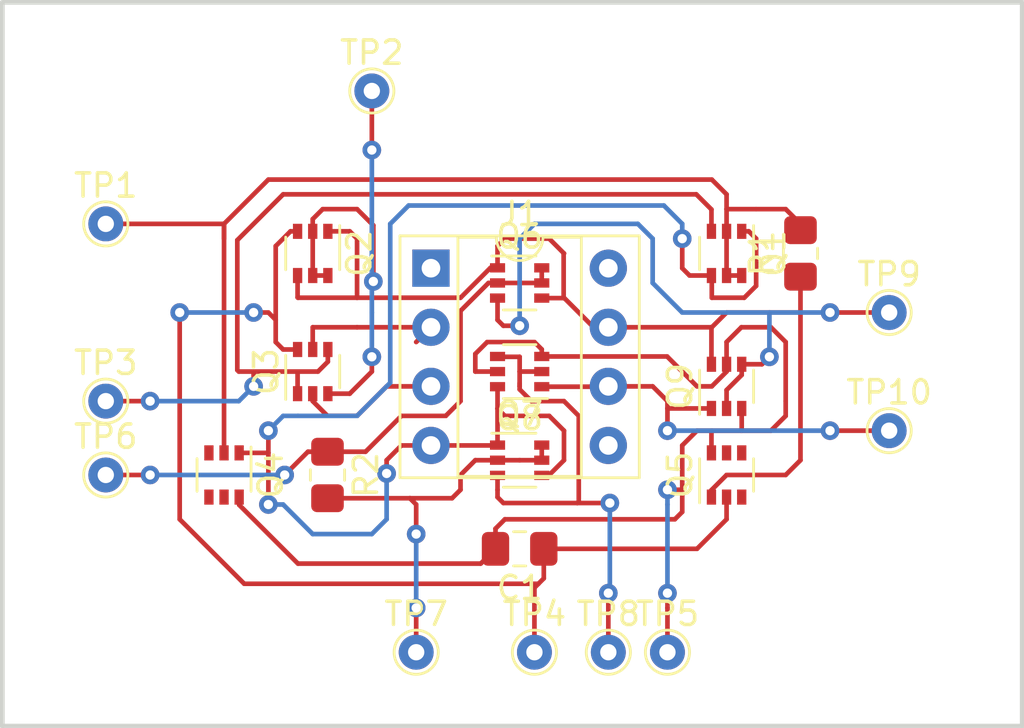
<source format=kicad_pcb>
(kicad_pcb (version 20171130) (host pcbnew "(5.1.10)-1")

  (general
    (thickness 1.6)
    (drawings 4)
    (tracks 292)
    (zones 0)
    (modules 23)
    (nets 18)
  )

  (page A4)
  (layers
    (0 F.Cu signal)
    (31 B.Cu signal)
    (33 F.Adhes user)
    (35 F.Paste user)
    (37 F.SilkS user)
    (38 B.Mask user)
    (39 F.Mask user)
    (40 Dwgs.User user)
    (41 Cmts.User user)
    (42 Eco1.User user)
    (43 Eco2.User user)
    (44 Edge.Cuts user)
    (45 Margin user)
    (46 B.CrtYd user)
    (47 F.CrtYd user)
    (49 F.Fab user hide)
  )

  (setup
    (last_trace_width 0.25)
    (user_trace_width 0.2)
    (user_trace_width 0.3)
    (user_trace_width 0.5)
    (trace_clearance 0.2)
    (zone_clearance 0.508)
    (zone_45_only no)
    (trace_min 0.2)
    (via_size 0.8)
    (via_drill 0.4)
    (via_min_size 0.4)
    (via_min_drill 0.3)
    (uvia_size 0.3)
    (uvia_drill 0.1)
    (uvias_allowed no)
    (uvia_min_size 0.2)
    (uvia_min_drill 0.1)
    (edge_width 0.05)
    (segment_width 0.2)
    (pcb_text_width 0.3)
    (pcb_text_size 1.5 1.5)
    (mod_edge_width 0.12)
    (mod_text_size 1 1)
    (mod_text_width 0.15)
    (pad_size 1.524 1.524)
    (pad_drill 0.762)
    (pad_to_mask_clearance 0)
    (aux_axis_origin 0 0)
    (visible_elements 7FFFEFFF)
    (pcbplotparams
      (layerselection 0x010fc_ffffffff)
      (usegerberextensions false)
      (usegerberattributes true)
      (usegerberadvancedattributes true)
      (creategerberjobfile true)
      (excludeedgelayer true)
      (linewidth 0.100000)
      (plotframeref false)
      (viasonmask false)
      (mode 1)
      (useauxorigin false)
      (hpglpennumber 1)
      (hpglpenspeed 20)
      (hpglpendiameter 15.000000)
      (psnegative false)
      (psa4output false)
      (plotreference true)
      (plotvalue true)
      (plotinvisibletext false)
      (padsonsilk false)
      (subtractmaskfromsilk false)
      (outputformat 1)
      (mirror false)
      (drillshape 1)
      (scaleselection 1)
      (outputdirectory ""))
  )

  (net 0 "")
  (net 1 "Net-(C1-Pad1)")
  (net 2 "Net-(C1-Pad2)")
  (net 3 "Net-(J1-Pad1)")
  (net 4 "Net-(J1-Pad5)")
  (net 5 IN-)
  (net 6 OUT)
  (net 7 IN+)
  (net 8 V+)
  (net 9 V-)
  (net 10 "Net-(J1-Pad8)")
  (net 11 "Net-(Q1-Pad3)")
  (net 12 "Net-(Q1-Pad2)")
  (net 13 "Net-(Q2-Pad2)")
  (net 14 "Net-(Q6-Pad3)")
  (net 15 "Net-(Q6-Pad2)")
  (net 16 "Net-(Q7-Pad2)")
  (net 17 "Net-(Q7-Pad3)")

  (net_class Default "This is the default net class."
    (clearance 0.2)
    (trace_width 0.25)
    (via_dia 0.8)
    (via_drill 0.4)
    (uvia_dia 0.3)
    (uvia_drill 0.1)
    (add_net IN+)
    (add_net IN-)
    (add_net "Net-(C1-Pad1)")
    (add_net "Net-(C1-Pad2)")
    (add_net "Net-(J1-Pad1)")
    (add_net "Net-(J1-Pad5)")
    (add_net "Net-(J1-Pad8)")
    (add_net "Net-(Q1-Pad2)")
    (add_net "Net-(Q1-Pad3)")
    (add_net "Net-(Q2-Pad2)")
    (add_net "Net-(Q6-Pad2)")
    (add_net "Net-(Q6-Pad3)")
    (add_net "Net-(Q7-Pad2)")
    (add_net "Net-(Q7-Pad3)")
    (add_net OUT)
    (add_net V+)
    (add_net V-)
  )

  (module Package_DIP:DIP-8_W7.62mm_Socket (layer F.Cu) (tedit 5A02E8C5) (tstamp 62212C69)
    (at 57.15 86.36)
    (descr "8-lead though-hole mounted DIP package, row spacing 7.62 mm (300 mils), Socket")
    (tags "THT DIP DIL PDIP 2.54mm 7.62mm 300mil Socket")
    (path /62248188)
    (fp_text reference J1 (at 3.81 -2.33) (layer F.SilkS)
      (effects (font (size 1 1) (thickness 0.15)))
    )
    (fp_text value Conn_02x04_Counter_Clockwise (at 3.81 9.95) (layer F.Fab)
      (effects (font (size 1 1) (thickness 0.15)))
    )
    (fp_line (start 1.635 -1.27) (end 6.985 -1.27) (layer F.Fab) (width 0.1))
    (fp_line (start 6.985 -1.27) (end 6.985 8.89) (layer F.Fab) (width 0.1))
    (fp_line (start 6.985 8.89) (end 0.635 8.89) (layer F.Fab) (width 0.1))
    (fp_line (start 0.635 8.89) (end 0.635 -0.27) (layer F.Fab) (width 0.1))
    (fp_line (start 0.635 -0.27) (end 1.635 -1.27) (layer F.Fab) (width 0.1))
    (fp_line (start -1.27 -1.33) (end -1.27 8.95) (layer F.Fab) (width 0.1))
    (fp_line (start -1.27 8.95) (end 8.89 8.95) (layer F.Fab) (width 0.1))
    (fp_line (start 8.89 8.95) (end 8.89 -1.33) (layer F.Fab) (width 0.1))
    (fp_line (start 8.89 -1.33) (end -1.27 -1.33) (layer F.Fab) (width 0.1))
    (fp_line (start 2.81 -1.33) (end 1.16 -1.33) (layer F.SilkS) (width 0.12))
    (fp_line (start 1.16 -1.33) (end 1.16 8.95) (layer F.SilkS) (width 0.12))
    (fp_line (start 1.16 8.95) (end 6.46 8.95) (layer F.SilkS) (width 0.12))
    (fp_line (start 6.46 8.95) (end 6.46 -1.33) (layer F.SilkS) (width 0.12))
    (fp_line (start 6.46 -1.33) (end 4.81 -1.33) (layer F.SilkS) (width 0.12))
    (fp_line (start -1.33 -1.39) (end -1.33 9.01) (layer F.SilkS) (width 0.12))
    (fp_line (start -1.33 9.01) (end 8.95 9.01) (layer F.SilkS) (width 0.12))
    (fp_line (start 8.95 9.01) (end 8.95 -1.39) (layer F.SilkS) (width 0.12))
    (fp_line (start 8.95 -1.39) (end -1.33 -1.39) (layer F.SilkS) (width 0.12))
    (fp_line (start -1.55 -1.6) (end -1.55 9.2) (layer F.CrtYd) (width 0.05))
    (fp_line (start -1.55 9.2) (end 9.15 9.2) (layer F.CrtYd) (width 0.05))
    (fp_line (start 9.15 9.2) (end 9.15 -1.6) (layer F.CrtYd) (width 0.05))
    (fp_line (start 9.15 -1.6) (end -1.55 -1.6) (layer F.CrtYd) (width 0.05))
    (fp_arc (start 3.81 -1.33) (end 2.81 -1.33) (angle -180) (layer F.SilkS) (width 0.12))
    (fp_text user %R (at 3.81 3.81) (layer F.Fab)
      (effects (font (size 1 1) (thickness 0.15)))
    )
    (pad 1 thru_hole rect (at 0 0) (size 1.6 1.6) (drill 0.8) (layers *.Cu *.Mask)
      (net 3 "Net-(J1-Pad1)"))
    (pad 5 thru_hole oval (at 7.62 7.62) (size 1.6 1.6) (drill 0.8) (layers *.Cu *.Mask)
      (net 4 "Net-(J1-Pad5)"))
    (pad 2 thru_hole oval (at 0 2.54) (size 1.6 1.6) (drill 0.8) (layers *.Cu *.Mask)
      (net 5 IN-))
    (pad 6 thru_hole oval (at 7.62 5.08) (size 1.6 1.6) (drill 0.8) (layers *.Cu *.Mask)
      (net 6 OUT))
    (pad 3 thru_hole oval (at 0 5.08) (size 1.6 1.6) (drill 0.8) (layers *.Cu *.Mask)
      (net 7 IN+))
    (pad 7 thru_hole oval (at 7.62 2.54) (size 1.6 1.6) (drill 0.8) (layers *.Cu *.Mask)
      (net 8 V+))
    (pad 4 thru_hole oval (at 0 7.62) (size 1.6 1.6) (drill 0.8) (layers *.Cu *.Mask)
      (net 9 V-))
    (pad 8 thru_hole oval (at 7.62 0) (size 1.6 1.6) (drill 0.8) (layers *.Cu *.Mask)
      (net 10 "Net-(J1-Pad8)"))
    (model ${KISYS3DMOD}/Package_DIP.3dshapes/DIP-8_W7.62mm_Socket.wrl
      (at (xyz 0 0 0))
      (scale (xyz 1 1 1))
      (rotate (xyz 0 0 0))
    )
  )

  (module Capacitor_SMD:C_0805_2012Metric_Pad1.18x1.45mm_HandSolder (layer F.Cu) (tedit 5F68FEEF) (tstamp 62212C45)
    (at 60.96 98.425 180)
    (descr "Capacitor SMD 0805 (2012 Metric), square (rectangular) end terminal, IPC_7351 nominal with elongated pad for handsoldering. (Body size source: IPC-SM-782 page 76, https://www.pcb-3d.com/wordpress/wp-content/uploads/ipc-sm-782a_amendment_1_and_2.pdf, https://docs.google.com/spreadsheets/d/1BsfQQcO9C6DZCsRaXUlFlo91Tg2WpOkGARC1WS5S8t0/edit?usp=sharing), generated with kicad-footprint-generator")
    (tags "capacitor handsolder")
    (path /62239254)
    (attr smd)
    (fp_text reference C1 (at 0 -1.68) (layer F.SilkS)
      (effects (font (size 1 1) (thickness 0.15)))
    )
    (fp_text value 1n (at 0 1.68) (layer F.Fab)
      (effects (font (size 1 1) (thickness 0.15)))
    )
    (fp_line (start -1 0.625) (end -1 -0.625) (layer F.Fab) (width 0.1))
    (fp_line (start -1 -0.625) (end 1 -0.625) (layer F.Fab) (width 0.1))
    (fp_line (start 1 -0.625) (end 1 0.625) (layer F.Fab) (width 0.1))
    (fp_line (start 1 0.625) (end -1 0.625) (layer F.Fab) (width 0.1))
    (fp_line (start -0.261252 -0.735) (end 0.261252 -0.735) (layer F.SilkS) (width 0.12))
    (fp_line (start -0.261252 0.735) (end 0.261252 0.735) (layer F.SilkS) (width 0.12))
    (fp_line (start -1.88 0.98) (end -1.88 -0.98) (layer F.CrtYd) (width 0.05))
    (fp_line (start -1.88 -0.98) (end 1.88 -0.98) (layer F.CrtYd) (width 0.05))
    (fp_line (start 1.88 -0.98) (end 1.88 0.98) (layer F.CrtYd) (width 0.05))
    (fp_line (start 1.88 0.98) (end -1.88 0.98) (layer F.CrtYd) (width 0.05))
    (fp_text user %R (at 0 0) (layer F.Fab)
      (effects (font (size 0.5 0.5) (thickness 0.08)))
    )
    (pad 1 smd roundrect (at -1.0375 0 180) (size 1.175 1.45) (layers F.Cu F.Paste F.Mask) (roundrect_rratio 0.212766)
      (net 1 "Net-(C1-Pad1)"))
    (pad 2 smd roundrect (at 1.0375 0 180) (size 1.175 1.45) (layers F.Cu F.Paste F.Mask) (roundrect_rratio 0.212766)
      (net 2 "Net-(C1-Pad2)"))
    (model ${KISYS3DMOD}/Capacitor_SMD.3dshapes/C_0805_2012Metric.wrl
      (at (xyz 0 0 0))
      (scale (xyz 1 1 1))
      (rotate (xyz 0 0 0))
    )
  )

  (module Package_TO_SOT_SMD:SOT-363_SC-70-6 (layer F.Cu) (tedit 5A02FF57) (tstamp 62212C7F)
    (at 69.85 85.725 270)
    (descr "SOT-363, SC-70-6")
    (tags "SOT-363 SC-70-6")
    (path /6220EBDB)
    (attr smd)
    (fp_text reference Q1 (at 0 -2 90) (layer F.SilkS)
      (effects (font (size 1 1) (thickness 0.15)))
    )
    (fp_text value BC847BS (at 0 2 270) (layer F.Fab)
      (effects (font (size 1 1) (thickness 0.15)))
    )
    (fp_line (start 0.7 -1.16) (end -1.2 -1.16) (layer F.SilkS) (width 0.12))
    (fp_line (start -0.7 1.16) (end 0.7 1.16) (layer F.SilkS) (width 0.12))
    (fp_line (start 1.6 1.4) (end 1.6 -1.4) (layer F.CrtYd) (width 0.05))
    (fp_line (start -1.6 -1.4) (end -1.6 1.4) (layer F.CrtYd) (width 0.05))
    (fp_line (start -1.6 -1.4) (end 1.6 -1.4) (layer F.CrtYd) (width 0.05))
    (fp_line (start 0.675 -1.1) (end -0.175 -1.1) (layer F.Fab) (width 0.1))
    (fp_line (start -0.675 -0.6) (end -0.675 1.1) (layer F.Fab) (width 0.1))
    (fp_line (start -1.6 1.4) (end 1.6 1.4) (layer F.CrtYd) (width 0.05))
    (fp_line (start 0.675 -1.1) (end 0.675 1.1) (layer F.Fab) (width 0.1))
    (fp_line (start 0.675 1.1) (end -0.675 1.1) (layer F.Fab) (width 0.1))
    (fp_line (start -0.175 -1.1) (end -0.675 -0.6) (layer F.Fab) (width 0.1))
    (fp_text user %R (at 0 0) (layer F.Fab)
      (effects (font (size 0.5 0.5) (thickness 0.075)))
    )
    (pad 1 smd rect (at -0.95 -0.65 270) (size 0.65 0.4) (layers F.Cu F.Paste F.Mask)
      (net 9 V-))
    (pad 3 smd rect (at -0.95 0.65 270) (size 0.65 0.4) (layers F.Cu F.Paste F.Mask)
      (net 11 "Net-(Q1-Pad3)"))
    (pad 5 smd rect (at 0.95 0 270) (size 0.65 0.4) (layers F.Cu F.Paste F.Mask)
      (net 12 "Net-(Q1-Pad2)"))
    (pad 2 smd rect (at -0.95 0 270) (size 0.65 0.4) (layers F.Cu F.Paste F.Mask)
      (net 12 "Net-(Q1-Pad2)"))
    (pad 4 smd rect (at 0.95 0.65 270) (size 0.65 0.4) (layers F.Cu F.Paste F.Mask)
      (net 9 V-))
    (pad 6 smd rect (at 0.95 -0.65 270) (size 0.65 0.4) (layers F.Cu F.Paste F.Mask)
      (net 12 "Net-(Q1-Pad2)"))
    (model ${KISYS3DMOD}/Package_TO_SOT_SMD.3dshapes/SOT-363_SC-70-6.wrl
      (at (xyz 0 0 0))
      (scale (xyz 1 1 1))
      (rotate (xyz 0 0 0))
    )
  )

  (module Package_TO_SOT_SMD:SOT-363_SC-70-6 (layer F.Cu) (tedit 5A02FF57) (tstamp 62212C95)
    (at 52.07 85.725 270)
    (descr "SOT-363, SC-70-6")
    (tags "SOT-363 SC-70-6")
    (path /62223B26)
    (attr smd)
    (fp_text reference Q2 (at 0 -2 90) (layer F.SilkS)
      (effects (font (size 1 1) (thickness 0.15)))
    )
    (fp_text value BC857BS (at 0 2 270) (layer F.Fab)
      (effects (font (size 1 1) (thickness 0.15)))
    )
    (fp_line (start -0.175 -1.1) (end -0.675 -0.6) (layer F.Fab) (width 0.1))
    (fp_line (start 0.675 1.1) (end -0.675 1.1) (layer F.Fab) (width 0.1))
    (fp_line (start 0.675 -1.1) (end 0.675 1.1) (layer F.Fab) (width 0.1))
    (fp_line (start -1.6 1.4) (end 1.6 1.4) (layer F.CrtYd) (width 0.05))
    (fp_line (start -0.675 -0.6) (end -0.675 1.1) (layer F.Fab) (width 0.1))
    (fp_line (start 0.675 -1.1) (end -0.175 -1.1) (layer F.Fab) (width 0.1))
    (fp_line (start -1.6 -1.4) (end 1.6 -1.4) (layer F.CrtYd) (width 0.05))
    (fp_line (start -1.6 -1.4) (end -1.6 1.4) (layer F.CrtYd) (width 0.05))
    (fp_line (start 1.6 1.4) (end 1.6 -1.4) (layer F.CrtYd) (width 0.05))
    (fp_line (start -0.7 1.16) (end 0.7 1.16) (layer F.SilkS) (width 0.12))
    (fp_line (start 0.7 -1.16) (end -1.2 -1.16) (layer F.SilkS) (width 0.12))
    (fp_text user %R (at 0 0) (layer F.Fab)
      (effects (font (size 0.5 0.5) (thickness 0.075)))
    )
    (pad 6 smd rect (at 0.95 -0.65 270) (size 0.65 0.4) (layers F.Cu F.Paste F.Mask)
      (net 13 "Net-(Q2-Pad2)"))
    (pad 4 smd rect (at 0.95 0.65 270) (size 0.65 0.4) (layers F.Cu F.Paste F.Mask)
      (net 8 V+))
    (pad 2 smd rect (at -0.95 0 270) (size 0.65 0.4) (layers F.Cu F.Paste F.Mask)
      (net 13 "Net-(Q2-Pad2)"))
    (pad 5 smd rect (at 0.95 0 270) (size 0.65 0.4) (layers F.Cu F.Paste F.Mask)
      (net 13 "Net-(Q2-Pad2)"))
    (pad 3 smd rect (at -0.95 0.65 270) (size 0.65 0.4) (layers F.Cu F.Paste F.Mask)
      (net 1 "Net-(C1-Pad1)"))
    (pad 1 smd rect (at -0.95 -0.65 270) (size 0.65 0.4) (layers F.Cu F.Paste F.Mask)
      (net 8 V+))
    (model ${KISYS3DMOD}/Package_TO_SOT_SMD.3dshapes/SOT-363_SC-70-6.wrl
      (at (xyz 0 0 0))
      (scale (xyz 1 1 1))
      (rotate (xyz 0 0 0))
    )
  )

  (module Package_TO_SOT_SMD:SOT-363_SC-70-6 (layer F.Cu) (tedit 5A02FF57) (tstamp 62212CAB)
    (at 52.07 90.805 90)
    (descr "SOT-363, SC-70-6")
    (tags "SOT-363 SC-70-6")
    (path /62226D50)
    (attr smd)
    (fp_text reference Q3 (at 0 -2 90) (layer F.SilkS)
      (effects (font (size 1 1) (thickness 0.15)))
    )
    (fp_text value FDG6335N (at 0 2 270) (layer F.Fab)
      (effects (font (size 1 1) (thickness 0.15)))
    )
    (fp_line (start 0.7 -1.16) (end -1.2 -1.16) (layer F.SilkS) (width 0.12))
    (fp_line (start -0.7 1.16) (end 0.7 1.16) (layer F.SilkS) (width 0.12))
    (fp_line (start 1.6 1.4) (end 1.6 -1.4) (layer F.CrtYd) (width 0.05))
    (fp_line (start -1.6 -1.4) (end -1.6 1.4) (layer F.CrtYd) (width 0.05))
    (fp_line (start -1.6 -1.4) (end 1.6 -1.4) (layer F.CrtYd) (width 0.05))
    (fp_line (start 0.675 -1.1) (end -0.175 -1.1) (layer F.Fab) (width 0.1))
    (fp_line (start -0.675 -0.6) (end -0.675 1.1) (layer F.Fab) (width 0.1))
    (fp_line (start -1.6 1.4) (end 1.6 1.4) (layer F.CrtYd) (width 0.05))
    (fp_line (start 0.675 -1.1) (end 0.675 1.1) (layer F.Fab) (width 0.1))
    (fp_line (start 0.675 1.1) (end -0.675 1.1) (layer F.Fab) (width 0.1))
    (fp_line (start -0.175 -1.1) (end -0.675 -0.6) (layer F.Fab) (width 0.1))
    (fp_text user %R (at 0 0) (layer F.Fab)
      (effects (font (size 0.5 0.5) (thickness 0.075)))
    )
    (pad 1 smd rect (at -0.95 -0.65 90) (size 0.65 0.4) (layers F.Cu F.Paste F.Mask)
      (net 11 "Net-(Q1-Pad3)"))
    (pad 3 smd rect (at -0.95 0.65 90) (size 0.65 0.4) (layers F.Cu F.Paste F.Mask)
      (net 13 "Net-(Q2-Pad2)"))
    (pad 5 smd rect (at 0.95 0 90) (size 0.65 0.4) (layers F.Cu F.Paste F.Mask)
      (net 5 IN-))
    (pad 2 smd rect (at -0.95 0 90) (size 0.65 0.4) (layers F.Cu F.Paste F.Mask)
      (net 7 IN+))
    (pad 4 smd rect (at 0.95 0.65 90) (size 0.65 0.4) (layers F.Cu F.Paste F.Mask)
      (net 11 "Net-(Q1-Pad3)"))
    (pad 6 smd rect (at 0.95 -0.65 90) (size 0.65 0.4) (layers F.Cu F.Paste F.Mask)
      (net 1 "Net-(C1-Pad1)"))
    (model ${KISYS3DMOD}/Package_TO_SOT_SMD.3dshapes/SOT-363_SC-70-6.wrl
      (at (xyz 0 0 0))
      (scale (xyz 1 1 1))
      (rotate (xyz 0 0 0))
    )
  )

  (module Package_TO_SOT_SMD:SOT-363_SC-70-6 (layer F.Cu) (tedit 5A02FF57) (tstamp 62212CC1)
    (at 48.26 95.25 270)
    (descr "SOT-363, SC-70-6")
    (tags "SOT-363 SC-70-6")
    (path /62235BC8)
    (attr smd)
    (fp_text reference Q4 (at 0 -2 90) (layer F.SilkS)
      (effects (font (size 1 1) (thickness 0.15)))
    )
    (fp_text value BC847BS (at 0 2 270) (layer F.Fab)
      (effects (font (size 1 1) (thickness 0.15)))
    )
    (fp_line (start 0.7 -1.16) (end -1.2 -1.16) (layer F.SilkS) (width 0.12))
    (fp_line (start -0.7 1.16) (end 0.7 1.16) (layer F.SilkS) (width 0.12))
    (fp_line (start 1.6 1.4) (end 1.6 -1.4) (layer F.CrtYd) (width 0.05))
    (fp_line (start -1.6 -1.4) (end -1.6 1.4) (layer F.CrtYd) (width 0.05))
    (fp_line (start -1.6 -1.4) (end 1.6 -1.4) (layer F.CrtYd) (width 0.05))
    (fp_line (start 0.675 -1.1) (end -0.175 -1.1) (layer F.Fab) (width 0.1))
    (fp_line (start -0.675 -0.6) (end -0.675 1.1) (layer F.Fab) (width 0.1))
    (fp_line (start -1.6 1.4) (end 1.6 1.4) (layer F.CrtYd) (width 0.05))
    (fp_line (start 0.675 -1.1) (end 0.675 1.1) (layer F.Fab) (width 0.1))
    (fp_line (start 0.675 1.1) (end -0.675 1.1) (layer F.Fab) (width 0.1))
    (fp_line (start -0.175 -1.1) (end -0.675 -0.6) (layer F.Fab) (width 0.1))
    (fp_text user %R (at 0 0) (layer F.Fab)
      (effects (font (size 0.5 0.5) (thickness 0.075)))
    )
    (pad 1 smd rect (at -0.95 -0.65 270) (size 0.65 0.4) (layers F.Cu F.Paste F.Mask)
      (net 9 V-))
    (pad 3 smd rect (at -0.95 0.65 270) (size 0.65 0.4) (layers F.Cu F.Paste F.Mask))
    (pad 5 smd rect (at 0.95 0 270) (size 0.65 0.4) (layers F.Cu F.Paste F.Mask))
    (pad 2 smd rect (at -0.95 0 270) (size 0.65 0.4) (layers F.Cu F.Paste F.Mask)
      (net 12 "Net-(Q1-Pad2)"))
    (pad 4 smd rect (at 0.95 0.65 270) (size 0.65 0.4) (layers F.Cu F.Paste F.Mask))
    (pad 6 smd rect (at 0.95 -0.65 270) (size 0.65 0.4) (layers F.Cu F.Paste F.Mask)
      (net 2 "Net-(C1-Pad2)"))
    (model ${KISYS3DMOD}/Package_TO_SOT_SMD.3dshapes/SOT-363_SC-70-6.wrl
      (at (xyz 0 0 0))
      (scale (xyz 1 1 1))
      (rotate (xyz 0 0 0))
    )
  )

  (module Package_TO_SOT_SMD:SOT-363_SC-70-6 (layer F.Cu) (tedit 5A02FF57) (tstamp 62212CD7)
    (at 69.85 95.25 90)
    (descr "SOT-363, SC-70-6")
    (tags "SOT-363 SC-70-6")
    (path /6223409B)
    (attr smd)
    (fp_text reference Q5 (at 0 -2 90) (layer F.SilkS)
      (effects (font (size 1 1) (thickness 0.15)))
    )
    (fp_text value BC857BS (at 0 2 270) (layer F.Fab)
      (effects (font (size 1 1) (thickness 0.15)))
    )
    (fp_line (start -0.175 -1.1) (end -0.675 -0.6) (layer F.Fab) (width 0.1))
    (fp_line (start 0.675 1.1) (end -0.675 1.1) (layer F.Fab) (width 0.1))
    (fp_line (start 0.675 -1.1) (end 0.675 1.1) (layer F.Fab) (width 0.1))
    (fp_line (start -1.6 1.4) (end 1.6 1.4) (layer F.CrtYd) (width 0.05))
    (fp_line (start -0.675 -0.6) (end -0.675 1.1) (layer F.Fab) (width 0.1))
    (fp_line (start 0.675 -1.1) (end -0.175 -1.1) (layer F.Fab) (width 0.1))
    (fp_line (start -1.6 -1.4) (end 1.6 -1.4) (layer F.CrtYd) (width 0.05))
    (fp_line (start -1.6 -1.4) (end -1.6 1.4) (layer F.CrtYd) (width 0.05))
    (fp_line (start 1.6 1.4) (end 1.6 -1.4) (layer F.CrtYd) (width 0.05))
    (fp_line (start -0.7 1.16) (end 0.7 1.16) (layer F.SilkS) (width 0.12))
    (fp_line (start 0.7 -1.16) (end -1.2 -1.16) (layer F.SilkS) (width 0.12))
    (fp_text user %R (at 0 0) (layer F.Fab)
      (effects (font (size 0.5 0.5) (thickness 0.075)))
    )
    (pad 6 smd rect (at 0.95 -0.65 90) (size 0.65 0.4) (layers F.Cu F.Paste F.Mask)
      (net 2 "Net-(C1-Pad2)"))
    (pad 4 smd rect (at 0.95 0.65 90) (size 0.65 0.4) (layers F.Cu F.Paste F.Mask))
    (pad 2 smd rect (at -0.95 0 90) (size 0.65 0.4) (layers F.Cu F.Paste F.Mask)
      (net 1 "Net-(C1-Pad1)"))
    (pad 5 smd rect (at 0.95 0 90) (size 0.65 0.4) (layers F.Cu F.Paste F.Mask))
    (pad 3 smd rect (at -0.95 0.65 90) (size 0.65 0.4) (layers F.Cu F.Paste F.Mask))
    (pad 1 smd rect (at -0.95 -0.65 90) (size 0.65 0.4) (layers F.Cu F.Paste F.Mask)
      (net 8 V+))
    (model ${KISYS3DMOD}/Package_TO_SOT_SMD.3dshapes/SOT-363_SC-70-6.wrl
      (at (xyz 0 0 0))
      (scale (xyz 1 1 1))
      (rotate (xyz 0 0 0))
    )
  )

  (module Package_TO_SOT_SMD:SOT-363_SC-70-6 (layer F.Cu) (tedit 5A02FF57) (tstamp 62212CED)
    (at 60.96 86.995)
    (descr "SOT-363, SC-70-6")
    (tags "SOT-363 SC-70-6")
    (path /62220EE6)
    (attr smd)
    (fp_text reference Q6 (at 0 -2) (layer F.SilkS)
      (effects (font (size 1 1) (thickness 0.15)))
    )
    (fp_text value BC857BS (at 0 2 180) (layer F.Fab)
      (effects (font (size 1 1) (thickness 0.15)))
    )
    (fp_line (start 0.7 -1.16) (end -1.2 -1.16) (layer F.SilkS) (width 0.12))
    (fp_line (start -0.7 1.16) (end 0.7 1.16) (layer F.SilkS) (width 0.12))
    (fp_line (start 1.6 1.4) (end 1.6 -1.4) (layer F.CrtYd) (width 0.05))
    (fp_line (start -1.6 -1.4) (end -1.6 1.4) (layer F.CrtYd) (width 0.05))
    (fp_line (start -1.6 -1.4) (end 1.6 -1.4) (layer F.CrtYd) (width 0.05))
    (fp_line (start 0.675 -1.1) (end -0.175 -1.1) (layer F.Fab) (width 0.1))
    (fp_line (start -0.675 -0.6) (end -0.675 1.1) (layer F.Fab) (width 0.1))
    (fp_line (start -1.6 1.4) (end 1.6 1.4) (layer F.CrtYd) (width 0.05))
    (fp_line (start 0.675 -1.1) (end 0.675 1.1) (layer F.Fab) (width 0.1))
    (fp_line (start 0.675 1.1) (end -0.675 1.1) (layer F.Fab) (width 0.1))
    (fp_line (start -0.175 -1.1) (end -0.675 -0.6) (layer F.Fab) (width 0.1))
    (fp_text user %R (at 0 0 90) (layer F.Fab)
      (effects (font (size 0.5 0.5) (thickness 0.075)))
    )
    (pad 1 smd rect (at -0.95 -0.65) (size 0.65 0.4) (layers F.Cu F.Paste F.Mask)
      (net 8 V+))
    (pad 3 smd rect (at -0.95 0.65) (size 0.65 0.4) (layers F.Cu F.Paste F.Mask)
      (net 14 "Net-(Q6-Pad3)"))
    (pad 5 smd rect (at 0.95 0) (size 0.65 0.4) (layers F.Cu F.Paste F.Mask)
      (net 15 "Net-(Q6-Pad2)"))
    (pad 2 smd rect (at -0.95 0) (size 0.65 0.4) (layers F.Cu F.Paste F.Mask)
      (net 15 "Net-(Q6-Pad2)"))
    (pad 4 smd rect (at 0.95 0.65) (size 0.65 0.4) (layers F.Cu F.Paste F.Mask)
      (net 8 V+))
    (pad 6 smd rect (at 0.95 -0.65) (size 0.65 0.4) (layers F.Cu F.Paste F.Mask)
      (net 15 "Net-(Q6-Pad2)"))
    (model ${KISYS3DMOD}/Package_TO_SOT_SMD.3dshapes/SOT-363_SC-70-6.wrl
      (at (xyz 0 0 0))
      (scale (xyz 1 1 1))
      (rotate (xyz 0 0 0))
    )
  )

  (module Package_TO_SOT_SMD:SOT-363_SC-70-6 (layer F.Cu) (tedit 5A02FF57) (tstamp 62212D03)
    (at 60.96 94.615)
    (descr "SOT-363, SC-70-6")
    (tags "SOT-363 SC-70-6")
    (path /62213BE7)
    (attr smd)
    (fp_text reference Q7 (at 0 -2) (layer F.SilkS)
      (effects (font (size 1 1) (thickness 0.15)))
    )
    (fp_text value BC847BS (at 0 2 180) (layer F.Fab)
      (effects (font (size 1 1) (thickness 0.15)))
    )
    (fp_line (start -0.175 -1.1) (end -0.675 -0.6) (layer F.Fab) (width 0.1))
    (fp_line (start 0.675 1.1) (end -0.675 1.1) (layer F.Fab) (width 0.1))
    (fp_line (start 0.675 -1.1) (end 0.675 1.1) (layer F.Fab) (width 0.1))
    (fp_line (start -1.6 1.4) (end 1.6 1.4) (layer F.CrtYd) (width 0.05))
    (fp_line (start -0.675 -0.6) (end -0.675 1.1) (layer F.Fab) (width 0.1))
    (fp_line (start 0.675 -1.1) (end -0.175 -1.1) (layer F.Fab) (width 0.1))
    (fp_line (start -1.6 -1.4) (end 1.6 -1.4) (layer F.CrtYd) (width 0.05))
    (fp_line (start -1.6 -1.4) (end -1.6 1.4) (layer F.CrtYd) (width 0.05))
    (fp_line (start 1.6 1.4) (end 1.6 -1.4) (layer F.CrtYd) (width 0.05))
    (fp_line (start -0.7 1.16) (end 0.7 1.16) (layer F.SilkS) (width 0.12))
    (fp_line (start 0.7 -1.16) (end -1.2 -1.16) (layer F.SilkS) (width 0.12))
    (fp_text user %R (at 0 0 90) (layer F.Fab)
      (effects (font (size 0.5 0.5) (thickness 0.075)))
    )
    (pad 6 smd rect (at 0.95 -0.65) (size 0.65 0.4) (layers F.Cu F.Paste F.Mask)
      (net 16 "Net-(Q7-Pad2)"))
    (pad 4 smd rect (at 0.95 0.65) (size 0.65 0.4) (layers F.Cu F.Paste F.Mask)
      (net 9 V-))
    (pad 2 smd rect (at -0.95 0) (size 0.65 0.4) (layers F.Cu F.Paste F.Mask)
      (net 16 "Net-(Q7-Pad2)"))
    (pad 5 smd rect (at 0.95 0) (size 0.65 0.4) (layers F.Cu F.Paste F.Mask)
      (net 16 "Net-(Q7-Pad2)"))
    (pad 3 smd rect (at -0.95 0.65) (size 0.65 0.4) (layers F.Cu F.Paste F.Mask)
      (net 17 "Net-(Q7-Pad3)"))
    (pad 1 smd rect (at -0.95 -0.65) (size 0.65 0.4) (layers F.Cu F.Paste F.Mask)
      (net 9 V-))
    (model ${KISYS3DMOD}/Package_TO_SOT_SMD.3dshapes/SOT-363_SC-70-6.wrl
      (at (xyz 0 0 0))
      (scale (xyz 1 1 1))
      (rotate (xyz 0 0 0))
    )
  )

  (module Package_TO_SOT_SMD:SOT-363_SC-70-6 (layer F.Cu) (tedit 5A02FF57) (tstamp 62212D19)
    (at 60.96 90.805 180)
    (descr "SOT-363, SC-70-6")
    (tags "SOT-363 SC-70-6")
    (path /622348CE)
    (attr smd)
    (fp_text reference Q8 (at 0 -2) (layer F.SilkS)
      (effects (font (size 1 1) (thickness 0.15)))
    )
    (fp_text value BC847BS (at 0 2 180) (layer F.Fab)
      (effects (font (size 1 1) (thickness 0.15)))
    )
    (fp_line (start 0.7 -1.16) (end -1.2 -1.16) (layer F.SilkS) (width 0.12))
    (fp_line (start -0.7 1.16) (end 0.7 1.16) (layer F.SilkS) (width 0.12))
    (fp_line (start 1.6 1.4) (end 1.6 -1.4) (layer F.CrtYd) (width 0.05))
    (fp_line (start -1.6 -1.4) (end -1.6 1.4) (layer F.CrtYd) (width 0.05))
    (fp_line (start -1.6 -1.4) (end 1.6 -1.4) (layer F.CrtYd) (width 0.05))
    (fp_line (start 0.675 -1.1) (end -0.175 -1.1) (layer F.Fab) (width 0.1))
    (fp_line (start -0.675 -0.6) (end -0.675 1.1) (layer F.Fab) (width 0.1))
    (fp_line (start -1.6 1.4) (end 1.6 1.4) (layer F.CrtYd) (width 0.05))
    (fp_line (start 0.675 -1.1) (end 0.675 1.1) (layer F.Fab) (width 0.1))
    (fp_line (start 0.675 1.1) (end -0.675 1.1) (layer F.Fab) (width 0.1))
    (fp_line (start -0.175 -1.1) (end -0.675 -0.6) (layer F.Fab) (width 0.1))
    (fp_text user %R (at 0 0 90) (layer F.Fab)
      (effects (font (size 0.5 0.5) (thickness 0.075)))
    )
    (pad 1 smd rect (at -0.95 -0.65 180) (size 0.65 0.4) (layers F.Cu F.Paste F.Mask)
      (net 6 OUT))
    (pad 3 smd rect (at -0.95 0.65 180) (size 0.65 0.4) (layers F.Cu F.Paste F.Mask)
      (net 2 "Net-(C1-Pad2)"))
    (pad 5 smd rect (at 0.95 0 180) (size 0.65 0.4) (layers F.Cu F.Paste F.Mask)
      (net 2 "Net-(C1-Pad2)"))
    (pad 2 smd rect (at -0.95 0 180) (size 0.65 0.4) (layers F.Cu F.Paste F.Mask)
      (net 17 "Net-(Q7-Pad3)"))
    (pad 4 smd rect (at 0.95 0.65 180) (size 0.65 0.4) (layers F.Cu F.Paste F.Mask)
      (net 17 "Net-(Q7-Pad3)"))
    (pad 6 smd rect (at 0.95 -0.65 180) (size 0.65 0.4) (layers F.Cu F.Paste F.Mask)
      (net 9 V-))
    (model ${KISYS3DMOD}/Package_TO_SOT_SMD.3dshapes/SOT-363_SC-70-6.wrl
      (at (xyz 0 0 0))
      (scale (xyz 1 1 1))
      (rotate (xyz 0 0 0))
    )
  )

  (module Package_TO_SOT_SMD:SOT-363_SC-70-6 (layer F.Cu) (tedit 5A02FF57) (tstamp 62212D2F)
    (at 69.85 91.44 90)
    (descr "SOT-363, SC-70-6")
    (tags "SOT-363 SC-70-6")
    (path /62233BF0)
    (attr smd)
    (fp_text reference Q9 (at 0 -2 90) (layer F.SilkS)
      (effects (font (size 1 1) (thickness 0.15)))
    )
    (fp_text value BC857BS (at 0 2 270) (layer F.Fab)
      (effects (font (size 1 1) (thickness 0.15)))
    )
    (fp_line (start -0.175 -1.1) (end -0.675 -0.6) (layer F.Fab) (width 0.1))
    (fp_line (start 0.675 1.1) (end -0.675 1.1) (layer F.Fab) (width 0.1))
    (fp_line (start 0.675 -1.1) (end 0.675 1.1) (layer F.Fab) (width 0.1))
    (fp_line (start -1.6 1.4) (end 1.6 1.4) (layer F.CrtYd) (width 0.05))
    (fp_line (start -0.675 -0.6) (end -0.675 1.1) (layer F.Fab) (width 0.1))
    (fp_line (start 0.675 -1.1) (end -0.175 -1.1) (layer F.Fab) (width 0.1))
    (fp_line (start -1.6 -1.4) (end 1.6 -1.4) (layer F.CrtYd) (width 0.05))
    (fp_line (start -1.6 -1.4) (end -1.6 1.4) (layer F.CrtYd) (width 0.05))
    (fp_line (start 1.6 1.4) (end 1.6 -1.4) (layer F.CrtYd) (width 0.05))
    (fp_line (start -0.7 1.16) (end 0.7 1.16) (layer F.SilkS) (width 0.12))
    (fp_line (start 0.7 -1.16) (end -1.2 -1.16) (layer F.SilkS) (width 0.12))
    (fp_text user %R (at 0 0) (layer F.Fab)
      (effects (font (size 0.5 0.5) (thickness 0.075)))
    )
    (pad 6 smd rect (at 0.95 -0.65 90) (size 0.65 0.4) (layers F.Cu F.Paste F.Mask)
      (net 8 V+))
    (pad 4 smd rect (at 0.95 0.65 90) (size 0.65 0.4) (layers F.Cu F.Paste F.Mask)
      (net 14 "Net-(Q6-Pad3)"))
    (pad 2 smd rect (at -0.95 0 90) (size 0.65 0.4) (layers F.Cu F.Paste F.Mask)
      (net 14 "Net-(Q6-Pad3)"))
    (pad 5 smd rect (at 0.95 0 90) (size 0.65 0.4) (layers F.Cu F.Paste F.Mask)
      (net 2 "Net-(C1-Pad2)"))
    (pad 3 smd rect (at -0.95 0.65 90) (size 0.65 0.4) (layers F.Cu F.Paste F.Mask)
      (net 2 "Net-(C1-Pad2)"))
    (pad 1 smd rect (at -0.95 -0.65 90) (size 0.65 0.4) (layers F.Cu F.Paste F.Mask)
      (net 6 OUT))
    (model ${KISYS3DMOD}/Package_TO_SOT_SMD.3dshapes/SOT-363_SC-70-6.wrl
      (at (xyz 0 0 0))
      (scale (xyz 1 1 1))
      (rotate (xyz 0 0 0))
    )
  )

  (module Resistor_SMD:R_0805_2012Metric_Pad1.20x1.40mm_HandSolder (layer F.Cu) (tedit 5F68FEEE) (tstamp 62212D40)
    (at 73.025 85.725 90)
    (descr "Resistor SMD 0805 (2012 Metric), square (rectangular) end terminal, IPC_7351 nominal with elongated pad for handsoldering. (Body size source: IPC-SM-782 page 72, https://www.pcb-3d.com/wordpress/wp-content/uploads/ipc-sm-782a_amendment_1_and_2.pdf), generated with kicad-footprint-generator")
    (tags "resistor handsolder")
    (path /6223AB03)
    (attr smd)
    (fp_text reference R1 (at 0 -1.65 90) (layer F.SilkS)
      (effects (font (size 1 1) (thickness 0.15)))
    )
    (fp_text value 10k (at 0 1.65 90) (layer F.Fab)
      (effects (font (size 1 1) (thickness 0.15)))
    )
    (fp_line (start -1 0.625) (end -1 -0.625) (layer F.Fab) (width 0.1))
    (fp_line (start -1 -0.625) (end 1 -0.625) (layer F.Fab) (width 0.1))
    (fp_line (start 1 -0.625) (end 1 0.625) (layer F.Fab) (width 0.1))
    (fp_line (start 1 0.625) (end -1 0.625) (layer F.Fab) (width 0.1))
    (fp_line (start -0.227064 -0.735) (end 0.227064 -0.735) (layer F.SilkS) (width 0.12))
    (fp_line (start -0.227064 0.735) (end 0.227064 0.735) (layer F.SilkS) (width 0.12))
    (fp_line (start -1.85 0.95) (end -1.85 -0.95) (layer F.CrtYd) (width 0.05))
    (fp_line (start -1.85 -0.95) (end 1.85 -0.95) (layer F.CrtYd) (width 0.05))
    (fp_line (start 1.85 -0.95) (end 1.85 0.95) (layer F.CrtYd) (width 0.05))
    (fp_line (start 1.85 0.95) (end -1.85 0.95) (layer F.CrtYd) (width 0.05))
    (fp_text user %R (at 0 0 90) (layer F.Fab)
      (effects (font (size 0.5 0.5) (thickness 0.08)))
    )
    (pad 1 smd roundrect (at -1 0 90) (size 1.2 1.4) (layers F.Cu F.Paste F.Mask) (roundrect_rratio 0.208333)
      (net 8 V+))
    (pad 2 smd roundrect (at 1 0 90) (size 1.2 1.4) (layers F.Cu F.Paste F.Mask) (roundrect_rratio 0.208333)
      (net 12 "Net-(Q1-Pad2)"))
    (model ${KISYS3DMOD}/Resistor_SMD.3dshapes/R_0805_2012Metric.wrl
      (at (xyz 0 0 0))
      (scale (xyz 1 1 1))
      (rotate (xyz 0 0 0))
    )
  )

  (module Resistor_SMD:R_0805_2012Metric_Pad1.20x1.40mm_HandSolder (layer F.Cu) (tedit 5F68FEEE) (tstamp 62212D51)
    (at 52.705 95.25 270)
    (descr "Resistor SMD 0805 (2012 Metric), square (rectangular) end terminal, IPC_7351 nominal with elongated pad for handsoldering. (Body size source: IPC-SM-782 page 72, https://www.pcb-3d.com/wordpress/wp-content/uploads/ipc-sm-782a_amendment_1_and_2.pdf), generated with kicad-footprint-generator")
    (tags "resistor handsolder")
    (path /6221AE9E)
    (attr smd)
    (fp_text reference R2 (at 0 -1.65 90) (layer F.SilkS)
      (effects (font (size 1 1) (thickness 0.15)))
    )
    (fp_text value 10k (at 0 1.65 90) (layer F.Fab)
      (effects (font (size 1 1) (thickness 0.15)))
    )
    (fp_line (start 1.85 0.95) (end -1.85 0.95) (layer F.CrtYd) (width 0.05))
    (fp_line (start 1.85 -0.95) (end 1.85 0.95) (layer F.CrtYd) (width 0.05))
    (fp_line (start -1.85 -0.95) (end 1.85 -0.95) (layer F.CrtYd) (width 0.05))
    (fp_line (start -1.85 0.95) (end -1.85 -0.95) (layer F.CrtYd) (width 0.05))
    (fp_line (start -0.227064 0.735) (end 0.227064 0.735) (layer F.SilkS) (width 0.12))
    (fp_line (start -0.227064 -0.735) (end 0.227064 -0.735) (layer F.SilkS) (width 0.12))
    (fp_line (start 1 0.625) (end -1 0.625) (layer F.Fab) (width 0.1))
    (fp_line (start 1 -0.625) (end 1 0.625) (layer F.Fab) (width 0.1))
    (fp_line (start -1 -0.625) (end 1 -0.625) (layer F.Fab) (width 0.1))
    (fp_line (start -1 0.625) (end -1 -0.625) (layer F.Fab) (width 0.1))
    (fp_text user %R (at 0 0 90) (layer F.Fab)
      (effects (font (size 0.5 0.5) (thickness 0.08)))
    )
    (pad 2 smd roundrect (at 1 0 270) (size 1.2 1.4) (layers F.Cu F.Paste F.Mask) (roundrect_rratio 0.208333)
      (net 16 "Net-(Q7-Pad2)"))
    (pad 1 smd roundrect (at -1 0 270) (size 1.2 1.4) (layers F.Cu F.Paste F.Mask) (roundrect_rratio 0.208333)
      (net 15 "Net-(Q6-Pad2)"))
    (model ${KISYS3DMOD}/Resistor_SMD.3dshapes/R_0805_2012Metric.wrl
      (at (xyz 0 0 0))
      (scale (xyz 1 1 1))
      (rotate (xyz 0 0 0))
    )
  )

  (module TestPoint:TestPoint_THTPad_D1.5mm_Drill0.7mm (layer F.Cu) (tedit 5A0F774F) (tstamp 62271E8E)
    (at 43.18 84.455)
    (descr "THT pad as test Point, diameter 1.5mm, hole diameter 0.7mm")
    (tags "test point THT pad")
    (path /6226BDB0)
    (attr virtual)
    (fp_text reference TP1 (at 0 -1.648) (layer F.SilkS)
      (effects (font (size 1 1) (thickness 0.15)))
    )
    (fp_text value VBE1 (at 0 1.75) (layer F.Fab)
      (effects (font (size 1 1) (thickness 0.15)))
    )
    (fp_circle (center 0 0) (end 0 0.95) (layer F.SilkS) (width 0.12))
    (fp_circle (center 0 0) (end 1.25 0) (layer F.CrtYd) (width 0.05))
    (fp_text user %R (at 0 -1.65) (layer F.Fab)
      (effects (font (size 1 1) (thickness 0.15)))
    )
    (pad 1 thru_hole circle (at 0 0) (size 1.5 1.5) (drill 0.7) (layers *.Cu *.Mask)
      (net 12 "Net-(Q1-Pad2)"))
  )

  (module TestPoint:TestPoint_THTPad_D1.5mm_Drill0.7mm (layer F.Cu) (tedit 5A0F774F) (tstamp 62271E96)
    (at 54.61 78.74)
    (descr "THT pad as test Point, diameter 1.5mm, hole diameter 0.7mm")
    (tags "test point THT pad")
    (path /6226E0AB)
    (attr virtual)
    (fp_text reference TP2 (at 0 -1.648) (layer F.SilkS)
      (effects (font (size 1 1) (thickness 0.15)))
    )
    (fp_text value VBE2 (at 0 1.75) (layer F.Fab)
      (effects (font (size 1 1) (thickness 0.15)))
    )
    (fp_circle (center 0 0) (end 1.25 0) (layer F.CrtYd) (width 0.05))
    (fp_circle (center 0 0) (end 0 0.95) (layer F.SilkS) (width 0.12))
    (fp_text user %R (at 0 -1.65) (layer F.Fab)
      (effects (font (size 1 1) (thickness 0.15)))
    )
    (pad 1 thru_hole circle (at 0 0) (size 1.5 1.5) (drill 0.7) (layers *.Cu *.Mask)
      (net 13 "Net-(Q2-Pad2)"))
  )

  (module TestPoint:TestPoint_THTPad_D1.5mm_Drill0.7mm (layer F.Cu) (tedit 5A0F774F) (tstamp 62271E9E)
    (at 43.18 92.075)
    (descr "THT pad as test Point, diameter 1.5mm, hole diameter 0.7mm")
    (tags "test point THT pad")
    (path /6226F15D)
    (attr virtual)
    (fp_text reference TP3 (at 0 -1.648) (layer F.SilkS)
      (effects (font (size 1 1) (thickness 0.15)))
    )
    (fp_text value VS1 (at 0 1.75) (layer F.Fab)
      (effects (font (size 1 1) (thickness 0.15)))
    )
    (fp_circle (center 0 0) (end 0 0.95) (layer F.SilkS) (width 0.12))
    (fp_circle (center 0 0) (end 1.25 0) (layer F.CrtYd) (width 0.05))
    (fp_text user %R (at 0 -1.65) (layer F.Fab)
      (effects (font (size 1 1) (thickness 0.15)))
    )
    (pad 1 thru_hole circle (at 0 0) (size 1.5 1.5) (drill 0.7) (layers *.Cu *.Mask)
      (net 11 "Net-(Q1-Pad3)"))
  )

  (module TestPoint:TestPoint_THTPad_D1.5mm_Drill0.7mm (layer F.Cu) (tedit 5A0F774F) (tstamp 6227AABF)
    (at 61.595 102.87)
    (descr "THT pad as test Point, diameter 1.5mm, hole diameter 0.7mm")
    (tags "test point THT pad")
    (path /6226F886)
    (attr virtual)
    (fp_text reference TP4 (at 0 -1.648) (layer F.SilkS)
      (effects (font (size 1 1) (thickness 0.15)))
    )
    (fp_text value VO1 (at 0 1.75) (layer F.Fab)
      (effects (font (size 1 1) (thickness 0.15)))
    )
    (fp_circle (center 0 0) (end 1.25 0) (layer F.CrtYd) (width 0.05))
    (fp_circle (center 0 0) (end 0 0.95) (layer F.SilkS) (width 0.12))
    (fp_text user %R (at 0 -1.65) (layer F.Fab)
      (effects (font (size 1 1) (thickness 0.15)))
    )
    (pad 1 thru_hole circle (at 0 0) (size 1.5 1.5) (drill 0.7) (layers *.Cu *.Mask)
      (net 1 "Net-(C1-Pad1)"))
  )

  (module TestPoint:TestPoint_THTPad_D1.5mm_Drill0.7mm (layer F.Cu) (tedit 5A0F774F) (tstamp 62271EAE)
    (at 67.31 102.87)
    (descr "THT pad as test Point, diameter 1.5mm, hole diameter 0.7mm")
    (tags "test point THT pad")
    (path /6226FF8D)
    (attr virtual)
    (fp_text reference TP5 (at 0 -1.648) (layer F.SilkS)
      (effects (font (size 1 1) (thickness 0.15)))
    )
    (fp_text value VO2 (at 0 1.75) (layer F.Fab)
      (effects (font (size 1 1) (thickness 0.15)))
    )
    (fp_circle (center 0 0) (end 0 0.95) (layer F.SilkS) (width 0.12))
    (fp_circle (center 0 0) (end 1.25 0) (layer F.CrtYd) (width 0.05))
    (fp_text user %R (at 0 -1.65) (layer F.Fab)
      (effects (font (size 1 1) (thickness 0.15)))
    )
    (pad 1 thru_hole circle (at 0 0) (size 1.5 1.5) (drill 0.7) (layers *.Cu *.Mask)
      (net 2 "Net-(C1-Pad2)"))
  )

  (module TestPoint:TestPoint_THTPad_D1.5mm_Drill0.7mm (layer F.Cu) (tedit 5A0F774F) (tstamp 62271EB6)
    (at 43.18 95.25)
    (descr "THT pad as test Point, diameter 1.5mm, hole diameter 0.7mm")
    (tags "test point THT pad")
    (path /622785CE)
    (attr virtual)
    (fp_text reference TP6 (at 0 -1.648) (layer F.SilkS)
      (effects (font (size 1 1) (thickness 0.15)))
    )
    (fp_text value VBE3 (at 0 1.75) (layer F.Fab)
      (effects (font (size 1 1) (thickness 0.15)))
    )
    (fp_circle (center 0 0) (end 0 0.95) (layer F.SilkS) (width 0.12))
    (fp_circle (center 0 0) (end 1.25 0) (layer F.CrtYd) (width 0.05))
    (fp_text user %R (at 0 -1.65) (layer F.Fab)
      (effects (font (size 1 1) (thickness 0.15)))
    )
    (pad 1 thru_hole circle (at 0 0) (size 1.5 1.5) (drill 0.7) (layers *.Cu *.Mask)
      (net 15 "Net-(Q6-Pad2)"))
  )

  (module TestPoint:TestPoint_THTPad_D1.5mm_Drill0.7mm (layer F.Cu) (tedit 5A0F774F) (tstamp 62271EBE)
    (at 56.515 102.87)
    (descr "THT pad as test Point, diameter 1.5mm, hole diameter 0.7mm")
    (tags "test point THT pad")
    (path /62278D60)
    (attr virtual)
    (fp_text reference TP7 (at 0 -1.648) (layer F.SilkS)
      (effects (font (size 1 1) (thickness 0.15)))
    )
    (fp_text value VBE4 (at 0 1.75) (layer F.Fab)
      (effects (font (size 1 1) (thickness 0.15)))
    )
    (fp_circle (center 0 0) (end 1.25 0) (layer F.CrtYd) (width 0.05))
    (fp_circle (center 0 0) (end 0 0.95) (layer F.SilkS) (width 0.12))
    (fp_text user %R (at 0 -1.65) (layer F.Fab)
      (effects (font (size 1 1) (thickness 0.15)))
    )
    (pad 1 thru_hole circle (at 0 0) (size 1.5 1.5) (drill 0.7) (layers *.Cu *.Mask)
      (net 16 "Net-(Q7-Pad2)"))
  )

  (module TestPoint:TestPoint_THTPad_D1.5mm_Drill0.7mm (layer F.Cu) (tedit 5A0F774F) (tstamp 62271EC6)
    (at 64.77 102.87)
    (descr "THT pad as test Point, diameter 1.5mm, hole diameter 0.7mm")
    (tags "test point THT pad")
    (path /62277464)
    (attr virtual)
    (fp_text reference TP8 (at 0 -1.648) (layer F.SilkS)
      (effects (font (size 1 1) (thickness 0.15)))
    )
    (fp_text value VBE5 (at 0 1.75) (layer F.Fab)
      (effects (font (size 1 1) (thickness 0.15)))
    )
    (fp_circle (center 0 0) (end 1.25 0) (layer F.CrtYd) (width 0.05))
    (fp_circle (center 0 0) (end 0 0.95) (layer F.SilkS) (width 0.12))
    (fp_text user %R (at 0 -1.65) (layer F.Fab)
      (effects (font (size 1 1) (thickness 0.15)))
    )
    (pad 1 thru_hole circle (at 0 0) (size 1.5 1.5) (drill 0.7) (layers *.Cu *.Mask)
      (net 17 "Net-(Q7-Pad3)"))
  )

  (module TestPoint:TestPoint_THTPad_D1.5mm_Drill0.7mm (layer F.Cu) (tedit 5A0F774F) (tstamp 6227A8C5)
    (at 76.835 88.265)
    (descr "THT pad as test Point, diameter 1.5mm, hole diameter 0.7mm")
    (tags "test point THT pad")
    (path /62276BAA)
    (attr virtual)
    (fp_text reference TP9 (at 0 -1.648) (layer F.SilkS)
      (effects (font (size 1 1) (thickness 0.15)))
    )
    (fp_text value VBE6 (at 0 1.75) (layer F.Fab)
      (effects (font (size 1 1) (thickness 0.15)))
    )
    (fp_circle (center 0 0) (end 0 0.95) (layer F.SilkS) (width 0.12))
    (fp_circle (center 0 0) (end 1.25 0) (layer F.CrtYd) (width 0.05))
    (fp_text user %R (at 0 -1.65) (layer F.Fab)
      (effects (font (size 1 1) (thickness 0.15)))
    )
    (pad 1 thru_hole circle (at 0 0) (size 1.5 1.5) (drill 0.7) (layers *.Cu *.Mask)
      (net 14 "Net-(Q6-Pad3)"))
  )

  (module TestPoint:TestPoint_THTPad_D1.5mm_Drill0.7mm (layer F.Cu) (tedit 5A0F774F) (tstamp 62271ED6)
    (at 76.835 93.345)
    (descr "THT pad as test Point, diameter 1.5mm, hole diameter 0.7mm")
    (tags "test point THT pad")
    (path /6227069D)
    (attr virtual)
    (fp_text reference TP10 (at 0 -1.648) (layer F.SilkS)
      (effects (font (size 1 1) (thickness 0.15)))
    )
    (fp_text value VOUT (at 0 1.75) (layer F.Fab)
      (effects (font (size 1 1) (thickness 0.15)))
    )
    (fp_circle (center 0 0) (end 1.25 0) (layer F.CrtYd) (width 0.05))
    (fp_circle (center 0 0) (end 0 0.95) (layer F.SilkS) (width 0.12))
    (fp_text user %R (at 0 -1.65) (layer F.Fab)
      (effects (font (size 1 1) (thickness 0.15)))
    )
    (pad 1 thru_hole circle (at 0 0) (size 1.5 1.5) (drill 0.7) (layers *.Cu *.Mask)
      (net 6 OUT))
  )

  (gr_line (start 38.735 106.045) (end 38.735 74.93) (layer Edge.Cuts) (width 0.2) (tstamp 625D3288))
  (gr_line (start 82.55 106.045) (end 38.735 106.045) (layer Edge.Cuts) (width 0.2))
  (gr_line (start 82.55 74.93) (end 82.55 106.045) (layer Edge.Cuts) (width 0.2))
  (gr_line (start 38.735 74.93) (end 82.55 74.93) (layer Edge.Cuts) (width 0.2))

  (segment (start 61.9975 98.425) (end 61.9975 98.8275) (width 0.2) (layer F.Cu) (net 1))
  (via (at 46.355 88.265) (size 0.8) (drill 0.4) (layers F.Cu B.Cu) (net 1))
  (via (at 49.53 88.265) (size 0.8) (drill 0.4) (layers F.Cu B.Cu) (net 1))
  (segment (start 46.355 88.265) (end 49.53 88.265) (width 0.2) (layer B.Cu) (net 1))
  (segment (start 61.9975 98.425) (end 61.9975 99.695) (width 0.2) (layer F.Cu) (net 1))
  (segment (start 46.355 97.155) (end 46.355 88.265) (width 0.2) (layer F.Cu) (net 1))
  (segment (start 61.765 99.9275) (end 49.1275 99.9275) (width 0.2) (layer F.Cu) (net 1))
  (segment (start 49.1275 99.9275) (end 46.355 97.155) (width 0.2) (layer F.Cu) (net 1))
  (segment (start 51.115 84.775) (end 50.48 85.41) (width 0.2) (layer F.Cu) (net 1))
  (segment (start 51.42 84.775) (end 51.115 84.775) (width 0.2) (layer F.Cu) (net 1))
  (segment (start 50.165 88.265) (end 50.48 88.58) (width 0.2) (layer F.Cu) (net 1))
  (segment (start 49.53 88.265) (end 50.165 88.265) (width 0.2) (layer F.Cu) (net 1))
  (segment (start 50.48 85.41) (end 50.48 88.58) (width 0.2) (layer F.Cu) (net 1))
  (segment (start 50.8 89.855) (end 51.42 89.855) (width 0.2) (layer F.Cu) (net 1))
  (segment (start 50.48 89.535) (end 50.8 89.855) (width 0.2) (layer F.Cu) (net 1))
  (segment (start 50.48 88.58) (end 50.48 89.535) (width 0.2) (layer F.Cu) (net 1))
  (segment (start 61.765 99.9275) (end 61.9975 99.695) (width 0.2) (layer F.Cu) (net 1))
  (segment (start 68.58 98.425) (end 61.9975 98.425) (width 0.2) (layer F.Cu) (net 1))
  (segment (start 69.85 97.155) (end 68.58 98.425) (width 0.2) (layer F.Cu) (net 1))
  (segment (start 69.85 96.2) (end 69.85 97.155) (width 0.2) (layer F.Cu) (net 1))
  (segment (start 61.595 100.0975) (end 61.765 99.9275) (width 0.2) (layer F.Cu) (net 1))
  (segment (start 61.595 102.87) (end 61.595 100.0975) (width 0.2) (layer F.Cu) (net 1))
  (segment (start 67.295 90.155) (end 61.91 90.155) (width 0.2) (layer F.Cu) (net 2))
  (segment (start 68.58 91.44) (end 67.295 90.155) (width 0.2) (layer F.Cu) (net 2))
  (segment (start 69.215 91.44) (end 68.58 91.44) (width 0.2) (layer F.Cu) (net 2))
  (segment (start 69.85 90.805) (end 69.215 91.44) (width 0.2) (layer F.Cu) (net 2))
  (segment (start 69.85 90.49) (end 69.85 90.805) (width 0.2) (layer F.Cu) (net 2))
  (segment (start 70.485 92.405) (end 70.5 92.39) (width 0.2) (layer F.Cu) (net 2))
  (segment (start 59.9225 98.425) (end 59.9225 98.0225) (width 0.2) (layer F.Cu) (net 2))
  (segment (start 69.85 89.535) (end 69.85 90.49) (width 0.2) (layer F.Cu) (net 2))
  (segment (start 72.39 89.535) (end 71.755 88.9) (width 0.2) (layer F.Cu) (net 2))
  (segment (start 70.485 88.9) (end 69.85 89.535) (width 0.2) (layer F.Cu) (net 2))
  (segment (start 71.755 88.9) (end 70.485 88.9) (width 0.2) (layer F.Cu) (net 2))
  (segment (start 72.39 92.075) (end 72.39 89.535) (width 0.2) (layer F.Cu) (net 2))
  (segment (start 72.39 92.71) (end 72.39 92.075) (width 0.2) (layer F.Cu) (net 2))
  (segment (start 71.755 93.345) (end 72.39 92.71) (width 0.2) (layer F.Cu) (net 2))
  (segment (start 69.2 93.36) (end 69.215 93.345) (width 0.2) (layer F.Cu) (net 2))
  (segment (start 69.2 94.3) (end 69.2 93.36) (width 0.2) (layer F.Cu) (net 2))
  (segment (start 59.69 98.425) (end 59.9225 98.425) (width 0.2) (layer F.Cu) (net 2))
  (segment (start 59.055 90.805) (end 60.01 90.805) (width 0.2) (layer F.Cu) (net 2))
  (segment (start 59.055 90.044998) (end 59.055 90.805) (width 0.2) (layer F.Cu) (net 2))
  (segment (start 59.564998 89.535) (end 59.055 90.044998) (width 0.2) (layer F.Cu) (net 2))
  (segment (start 61.595 89.535) (end 59.564998 89.535) (width 0.2) (layer F.Cu) (net 2))
  (segment (start 61.91 89.85) (end 61.595 89.535) (width 0.2) (layer F.Cu) (net 2))
  (segment (start 61.91 90.155) (end 61.91 89.85) (width 0.2) (layer F.Cu) (net 2))
  (segment (start 70.5 92.39) (end 70.5 93.33) (width 0.2) (layer F.Cu) (net 2))
  (segment (start 70.5 93.33) (end 70.485 93.345) (width 0.2) (layer F.Cu) (net 2))
  (segment (start 70.485 93.345) (end 71.755 93.345) (width 0.2) (layer F.Cu) (net 2))
  (segment (start 69.215 93.345) (end 70.485 93.345) (width 0.2) (layer F.Cu) (net 2))
  (segment (start 60.325 98.0225) (end 59.9225 98.425) (width 0.2) (layer F.Cu) (net 2))
  (segment (start 59.2875 99.06) (end 59.9225 98.425) (width 0.2) (layer F.Cu) (net 2))
  (segment (start 51.435 99.06) (end 59.2875 99.06) (width 0.2) (layer F.Cu) (net 2))
  (segment (start 48.91 96.535) (end 51.435 99.06) (width 0.2) (layer F.Cu) (net 2))
  (segment (start 48.91 96.2) (end 48.91 96.535) (width 0.2) (layer F.Cu) (net 2))
  (segment (start 67.31 102.87) (end 67.31 100.965) (width 0.2) (layer F.Cu) (net 2))
  (segment (start 67.31 100.965) (end 67.31 100.33) (width 0.2) (layer F.Cu) (net 2))
  (via (at 67.31 100.33) (size 0.8) (drill 0.4) (layers F.Cu B.Cu) (net 2))
  (segment (start 67.31 100.33) (end 67.31 96.52) (width 0.2) (layer B.Cu) (net 2))
  (via (at 67.31 95.885) (size 0.8) (drill 0.4) (layers F.Cu B.Cu) (net 2))
  (segment (start 67.31 96.52) (end 67.31 95.885) (width 0.2) (layer B.Cu) (net 2))
  (segment (start 67.31 95.885) (end 67.945 95.885) (width 0.2) (layer F.Cu) (net 2))
  (segment (start 59.9225 97.5575) (end 59.9225 98.425) (width 0.2) (layer F.Cu) (net 2))
  (segment (start 60.325 97.155) (end 59.9225 97.5575) (width 0.2) (layer F.Cu) (net 2))
  (segment (start 67.945 96.8375) (end 67.6275 97.155) (width 0.2) (layer F.Cu) (net 2))
  (segment (start 67.945 93.98) (end 67.945 96.8375) (width 0.2) (layer F.Cu) (net 2))
  (segment (start 67.6275 97.155) (end 60.325 97.155) (width 0.2) (layer F.Cu) (net 2))
  (segment (start 68.58 93.345) (end 67.945 93.98) (width 0.2) (layer F.Cu) (net 2))
  (segment (start 69.215 93.345) (end 68.58 93.345) (width 0.2) (layer F.Cu) (net 2))
  (segment (start 56.515 89.535) (end 57.15 88.9) (width 0.2) (layer F.Cu) (net 5))
  (segment (start 52.07 88.9) (end 53.975 88.9) (width 0.2) (layer F.Cu) (net 5))
  (segment (start 52.07 89.855) (end 52.07 88.9) (width 0.2) (layer F.Cu) (net 5))
  (segment (start 53.975 88.9) (end 57.15 88.9) (width 0.2) (layer F.Cu) (net 5))
  (segment (start 64.755 91.455) (end 64.77 91.44) (width 0.2) (layer F.Cu) (net 6))
  (segment (start 61.91 91.455) (end 64.755 91.455) (width 0.2) (layer F.Cu) (net 6))
  (via (at 67.31 93.345) (size 0.8) (drill 0.4) (layers F.Cu B.Cu) (net 6))
  (segment (start 67.31 92.39) (end 69.2 92.39) (width 0.2) (layer F.Cu) (net 6))
  (segment (start 67.31 92.075) (end 67.31 92.39) (width 0.2) (layer F.Cu) (net 6))
  (segment (start 66.675 91.44) (end 67.31 92.075) (width 0.2) (layer F.Cu) (net 6))
  (segment (start 64.77 91.44) (end 66.675 91.44) (width 0.2) (layer F.Cu) (net 6))
  (segment (start 67.31 93.345) (end 67.31 92.39) (width 0.2) (layer F.Cu) (net 6))
  (via (at 74.295 93.345) (size 0.8) (drill 0.4) (layers F.Cu B.Cu) (net 6))
  (segment (start 67.31 93.345) (end 74.295 93.345) (width 0.2) (layer B.Cu) (net 6))
  (segment (start 74.295 93.345) (end 76.835 93.345) (width 0.2) (layer F.Cu) (net 6))
  (segment (start 52.07 91.755) (end 52.07 92.075) (width 0.2) (layer F.Cu) (net 7))
  (segment (start 52.07 92.075) (end 52.705 92.71) (width 0.2) (layer F.Cu) (net 7))
  (segment (start 52.705 92.71) (end 53.975 92.71) (width 0.2) (layer F.Cu) (net 7))
  (segment (start 55.245 91.44) (end 57.15 91.44) (width 0.2) (layer F.Cu) (net 7))
  (segment (start 53.975 92.71) (end 55.245 91.44) (width 0.2) (layer F.Cu) (net 7))
  (segment (start 53.975 85.09) (end 53.66 84.775) (width 0.2) (layer F.Cu) (net 8) (status 40000))
  (segment (start 53.975 87.63) (end 53.975 85.09) (width 0.2) (layer F.Cu) (net 8) (status 40000))
  (segment (start 51.435 87.63) (end 53.975 87.63) (width 0.2) (layer F.Cu) (net 8) (status 40000))
  (segment (start 51.42 87.615) (end 51.435 87.63) (width 0.2) (layer F.Cu) (net 8) (status 40000))
  (segment (start 53.66 84.775) (end 52.72 84.775) (width 0.2) (layer F.Cu) (net 8) (status 40000))
  (segment (start 51.42 86.675) (end 51.42 87.615) (width 0.2) (layer F.Cu) (net 8) (status 40000))
  (segment (start 64.135 88.9) (end 64.77 88.9) (width 0.2) (layer F.Cu) (net 8))
  (segment (start 62.88 87.645) (end 64.135 88.9) (width 0.2) (layer F.Cu) (net 8))
  (segment (start 69.2 88.9) (end 69.2 90.49) (width 0.2) (layer F.Cu) (net 8))
  (segment (start 64.77 88.9) (end 69.2 88.9) (width 0.2) (layer F.Cu) (net 8))
  (segment (start 59.705 86.345) (end 60.01 86.345) (width 0.2) (layer F.Cu) (net 8))
  (segment (start 58.42 87.63) (end 59.705 86.345) (width 0.2) (layer F.Cu) (net 8))
  (segment (start 53.975 87.63) (end 58.42 87.63) (width 0.2) (layer F.Cu) (net 8))
  (segment (start 69.85 88.265) (end 73.025 88.265) (width 0.2) (layer F.Cu) (net 8))
  (segment (start 69.215 88.9) (end 69.85 88.265) (width 0.2) (layer F.Cu) (net 8))
  (segment (start 69.2 88.9) (end 69.215 88.9) (width 0.2) (layer F.Cu) (net 8))
  (segment (start 73.025 86.725) (end 73.025 88.265) (width 0.2) (layer F.Cu) (net 8))
  (segment (start 62.85 85.74) (end 62.85 87.645) (width 0.2) (layer F.Cu) (net 8))
  (segment (start 62.865 85.725) (end 62.85 85.74) (width 0.2) (layer F.Cu) (net 8))
  (segment (start 62.23 85.09) (end 62.865 85.725) (width 0.2) (layer F.Cu) (net 8))
  (segment (start 60.325 85.09) (end 62.23 85.09) (width 0.2) (layer F.Cu) (net 8))
  (segment (start 60.01 85.405) (end 60.325 85.09) (width 0.2) (layer F.Cu) (net 8))
  (segment (start 60.01 86.345) (end 60.01 85.405) (width 0.2) (layer F.Cu) (net 8))
  (segment (start 62.85 87.645) (end 62.88 87.645) (width 0.2) (layer F.Cu) (net 8))
  (segment (start 61.91 87.645) (end 62.85 87.645) (width 0.2) (layer F.Cu) (net 8))
  (segment (start 69.2 95.9) (end 69.2 96.2) (width 0.2) (layer F.Cu) (net 8))
  (segment (start 69.85 95.25) (end 69.2 95.9) (width 0.2) (layer F.Cu) (net 8))
  (segment (start 72.39 95.25) (end 69.85 95.25) (width 0.2) (layer F.Cu) (net 8))
  (segment (start 73.025 94.615) (end 72.39 95.25) (width 0.2) (layer F.Cu) (net 8))
  (segment (start 73.025 88.265) (end 73.025 94.615) (width 0.2) (layer F.Cu) (net 8))
  (segment (start 70.485 84.79) (end 70.5 84.775) (width 0.2) (layer F.Cu) (net 9))
  (via (at 50.165 96.52) (size 0.8) (drill 0.4) (layers F.Cu B.Cu) (net 9))
  (segment (start 70.5 84.775) (end 70.805 84.775) (width 0.2) (layer F.Cu) (net 9))
  (segment (start 70.805 84.775) (end 71.12 85.09) (width 0.2) (layer F.Cu) (net 9))
  (segment (start 71.12 87.120002) (end 70.610002 87.63) (width 0.2) (layer F.Cu) (net 9))
  (segment (start 71.12 85.09) (end 71.12 87.120002) (width 0.2) (layer F.Cu) (net 9))
  (segment (start 70.610002 87.63) (end 69.215 87.63) (width 0.2) (layer F.Cu) (net 9))
  (segment (start 69.215 86.69) (end 69.2 86.675) (width 0.2) (layer F.Cu) (net 9))
  (segment (start 69.215 87.63) (end 69.215 86.69) (width 0.2) (layer F.Cu) (net 9))
  (segment (start 59.995 93.98) (end 60.01 93.965) (width 0.2) (layer F.Cu) (net 9))
  (segment (start 57.15 93.98) (end 59.995 93.98) (width 0.2) (layer F.Cu) (net 9))
  (via (at 55.245 95.18499) (size 0.8) (drill 0.4) (layers F.Cu B.Cu) (net 9))
  (segment (start 60.01 91.455) (end 60.01 92.39) (width 0.2) (layer F.Cu) (net 9))
  (segment (start 50.165 94.3) (end 50.165 96.52) (width 0.2) (layer F.Cu) (net 9))
  (via (at 50.164982 93.345) (size 0.8) (drill 0.4) (layers F.Cu B.Cu) (net 9))
  (segment (start 50.165 94.3) (end 50.165 93.345018) (width 0.2) (layer F.Cu) (net 9))
  (segment (start 50.165 93.345018) (end 50.164982 93.345) (width 0.2) (layer F.Cu) (net 9))
  (via (at 67.945 85.09) (size 0.8) (drill 0.4) (layers F.Cu B.Cu) (net 9))
  (segment (start 67.945 86.36) (end 67.945 85.09) (width 0.2) (layer F.Cu) (net 9))
  (segment (start 69.2 86.675) (end 68.26 86.675) (width 0.2) (layer F.Cu) (net 9))
  (segment (start 68.26 86.675) (end 67.945 86.36) (width 0.2) (layer F.Cu) (net 9))
  (segment (start 67.945 84.455) (end 67.945 85.09) (width 0.2) (layer B.Cu) (net 9))
  (segment (start 56.190002 83.664999) (end 67.154999 83.664999) (width 0.2) (layer B.Cu) (net 9))
  (segment (start 55.400001 91.284999) (end 55.400001 84.455) (width 0.2) (layer B.Cu) (net 9))
  (segment (start 67.154999 83.664999) (end 67.945 84.455) (width 0.2) (layer B.Cu) (net 9))
  (segment (start 55.400001 84.455) (end 56.190002 83.664999) (width 0.2) (layer B.Cu) (net 9))
  (segment (start 53.975 92.71) (end 55.400001 91.284999) (width 0.2) (layer B.Cu) (net 9))
  (segment (start 51.434982 92.71) (end 53.975 92.71) (width 0.2) (layer B.Cu) (net 9))
  (segment (start 55.245 97.155) (end 55.245 95.18499) (width 0.2) (layer B.Cu) (net 9))
  (segment (start 54.61 97.79) (end 55.245 97.155) (width 0.2) (layer B.Cu) (net 9))
  (segment (start 52.07 97.79) (end 54.61 97.79) (width 0.2) (layer B.Cu) (net 9))
  (segment (start 55.245 94.615) (end 55.245 95.18499) (width 0.2) (layer F.Cu) (net 9))
  (segment (start 55.88 93.98) (end 55.245 94.615) (width 0.2) (layer F.Cu) (net 9))
  (segment (start 57.15 93.98) (end 55.88 93.98) (width 0.2) (layer F.Cu) (net 9))
  (segment (start 50.165 96.52) (end 50.8 96.52) (width 0.2) (layer B.Cu) (net 9))
  (segment (start 50.8 96.52) (end 52.07 97.79) (width 0.2) (layer B.Cu) (net 9))
  (segment (start 50.164982 93.345) (end 50.799982 92.71) (width 0.2) (layer B.Cu) (net 9))
  (segment (start 50.799982 92.71) (end 51.435 92.71) (width 0.2) (layer B.Cu) (net 9))
  (segment (start 60.325 92.71) (end 60.01 92.395) (width 0.2) (layer F.Cu) (net 9))
  (segment (start 62.23 92.71) (end 60.325 92.71) (width 0.2) (layer F.Cu) (net 9))
  (segment (start 62.865 93.345) (end 62.23 92.71) (width 0.2) (layer F.Cu) (net 9))
  (segment (start 62.865 94.615) (end 62.865 93.345) (width 0.2) (layer F.Cu) (net 9))
  (segment (start 62.215 95.265) (end 62.865 94.615) (width 0.2) (layer F.Cu) (net 9))
  (segment (start 61.91 95.265) (end 62.215 95.265) (width 0.2) (layer F.Cu) (net 9))
  (segment (start 60.01 92.395) (end 60.01 93.965) (width 0.2) (layer F.Cu) (net 9))
  (segment (start 60.01 92.39) (end 60.01 92.395) (width 0.2) (layer F.Cu) (net 9))
  (segment (start 48.91 94.3) (end 50.165 94.3) (width 0.2) (layer F.Cu) (net 9))
  (via (at 45.085 92.075) (size 0.8) (drill 0.4) (layers F.Cu B.Cu) (net 11))
  (segment (start 45.085 92.075) (end 48.895 92.075) (width 0.2) (layer B.Cu) (net 11))
  (via (at 49.53 91.44) (size 0.8) (drill 0.4) (layers F.Cu B.Cu) (net 11))
  (segment (start 45.085 92.075) (end 43.18 92.075) (width 0.2) (layer F.Cu) (net 11))
  (segment (start 51.42 90.805) (end 51.42 91.755) (width 0.2) (layer F.Cu) (net 11))
  (segment (start 52.295 90.805) (end 51.42 90.805) (width 0.2) (layer F.Cu) (net 11))
  (segment (start 52.72 90.38) (end 52.295 90.805) (width 0.2) (layer F.Cu) (net 11))
  (segment (start 52.72 89.855) (end 52.72 90.38) (width 0.2) (layer F.Cu) (net 11))
  (segment (start 49.53 91.44) (end 49.53 90.805) (width 0.2) (layer F.Cu) (net 11))
  (segment (start 51.42 90.805) (end 49.53 90.805) (width 0.2) (layer F.Cu) (net 11))
  (segment (start 48.895 92.075) (end 49.53 91.44) (width 0.2) (layer B.Cu) (net 11))
  (segment (start 48.829999 90.739999) (end 48.895 90.805) (width 0.2) (layer F.Cu) (net 11))
  (segment (start 50.8 83.185) (end 48.829999 85.155001) (width 0.2) (layer F.Cu) (net 11))
  (segment (start 68.55 83.185) (end 50.8 83.185) (width 0.2) (layer F.Cu) (net 11))
  (segment (start 48.895 90.805) (end 49.53 90.805) (width 0.2) (layer F.Cu) (net 11))
  (segment (start 48.829999 85.155001) (end 48.829999 90.739999) (width 0.2) (layer F.Cu) (net 11))
  (segment (start 69.2 83.835) (end 68.55 83.185) (width 0.2) (layer F.Cu) (net 11))
  (segment (start 69.2 84.775) (end 69.2 83.835) (width 0.2) (layer F.Cu) (net 11))
  (segment (start 69.85 86.675) (end 70.5 86.675) (width 0.2) (layer F.Cu) (net 12))
  (segment (start 73.025 85.09) (end 73.025 84.725) (width 0.2) (layer F.Cu) (net 12))
  (segment (start 69.85 83.82) (end 71.12 83.82) (width 0.2) (layer F.Cu) (net 12))
  (segment (start 69.85 84.775) (end 69.85 83.82) (width 0.2) (layer F.Cu) (net 12))
  (segment (start 73.025 84.725) (end 73.025 84.455) (width 0.2) (layer F.Cu) (net 12))
  (segment (start 73.025 84.455) (end 72.39 83.82) (width 0.2) (layer F.Cu) (net 12))
  (segment (start 72.39 83.82) (end 71.12 83.82) (width 0.2) (layer F.Cu) (net 12))
  (segment (start 69.85 84.775) (end 69.85 86.675) (width 0.2) (layer F.Cu) (net 12))
  (segment (start 48.26 94.3) (end 48.26 84.455) (width 0.2) (layer F.Cu) (net 12))
  (segment (start 43.815 84.455) (end 48.26 84.455) (width 0.2) (layer F.Cu) (net 12))
  (segment (start 48.26 84.455) (end 48.26 85.09) (width 0.2) (layer F.Cu) (net 12))
  (segment (start 69.85 83.185) (end 69.85 83.82) (width 0.2) (layer F.Cu) (net 12))
  (segment (start 69.215 82.55) (end 69.85 83.185) (width 0.2) (layer F.Cu) (net 12))
  (segment (start 50.165 82.55) (end 69.215 82.55) (width 0.2) (layer F.Cu) (net 12))
  (segment (start 48.26 84.455) (end 50.165 82.55) (width 0.2) (layer F.Cu) (net 12))
  (segment (start 52.07 84.775) (end 52.07 86.675) (width 0.2) (layer F.Cu) (net 13))
  (segment (start 52.72 86.675) (end 52.07 86.675) (width 0.2) (layer F.Cu) (net 13))
  (segment (start 52.72 91.755) (end 53.66 91.755) (width 0.2) (layer F.Cu) (net 13))
  (segment (start 53.66 91.755) (end 54.61 90.805) (width 0.2) (layer F.Cu) (net 13))
  (segment (start 54.61 90.805) (end 54.61 90.17) (width 0.2) (layer F.Cu) (net 13))
  (via (at 54.61 90.17) (size 0.8) (drill 0.4) (layers F.Cu B.Cu) (net 13))
  (via (at 54.675 86.93) (size 0.8) (drill 0.4) (layers F.Cu B.Cu) (net 13))
  (segment (start 54.61 86.995) (end 54.675 86.93) (width 0.2) (layer B.Cu) (net 13))
  (segment (start 54.675 86.93) (end 54.675 84.52) (width 0.2) (layer F.Cu) (net 13))
  (segment (start 54.675 84.52) (end 53.975 83.82) (width 0.2) (layer F.Cu) (net 13))
  (segment (start 52.07 84.25) (end 52.07 84.775) (width 0.2) (layer F.Cu) (net 13))
  (segment (start 52.5 83.82) (end 52.07 84.25) (width 0.2) (layer F.Cu) (net 13))
  (segment (start 53.975 83.82) (end 52.5 83.82) (width 0.2) (layer F.Cu) (net 13))
  (via (at 54.61 81.28) (size 0.8) (drill 0.4) (layers F.Cu B.Cu) (net 13) (tstamp 6227A877))
  (segment (start 54.61 88.265) (end 54.61 86.995) (width 0.2) (layer B.Cu) (net 13))
  (segment (start 54.61 90.17) (end 54.61 88.265) (width 0.2) (layer B.Cu) (net 13))
  (segment (start 54.61 86.865) (end 54.675 86.93) (width 0.2) (layer B.Cu) (net 13))
  (segment (start 54.61 81.28) (end 54.61 86.865) (width 0.2) (layer B.Cu) (net 13))
  (segment (start 54.61 81.28) (end 54.61 78.74) (width 0.2) (layer F.Cu) (net 13))
  (segment (start 69.85 91.600002) (end 69.85 92.39) (width 0.2) (layer F.Cu) (net 14))
  (segment (start 70.5 90.950002) (end 69.85 91.600002) (width 0.2) (layer F.Cu) (net 14))
  (segment (start 70.5 90.49) (end 70.5 90.950002) (width 0.2) (layer F.Cu) (net 14))
  (segment (start 71.37 90.49) (end 71.69 90.17) (width 0.2) (layer F.Cu) (net 14))
  (segment (start 70.5 90.49) (end 71.37 90.49) (width 0.2) (layer F.Cu) (net 14))
  (via (at 71.69 90.17) (size 0.8) (drill 0.4) (layers F.Cu B.Cu) (net 14))
  (via (at 60.96 88.835) (size 0.8) (drill 0.4) (layers F.Cu B.Cu) (net 14))
  (segment (start 60.01 87.645) (end 60.01 88.585) (width 0.2) (layer F.Cu) (net 14))
  (segment (start 60.26 88.835) (end 60.96 88.835) (width 0.2) (layer F.Cu) (net 14))
  (segment (start 60.01 88.585) (end 60.26 88.835) (width 0.2) (layer F.Cu) (net 14))
  (segment (start 71.69 88.265) (end 71.69 90.17) (width 0.2) (layer B.Cu) (net 14))
  (segment (start 66.675 86.995) (end 67.945 88.265) (width 0.2) (layer B.Cu) (net 14))
  (segment (start 66.675 85.09) (end 66.675 86.995) (width 0.2) (layer B.Cu) (net 14))
  (segment (start 67.945 88.265) (end 71.69 88.265) (width 0.2) (layer B.Cu) (net 14))
  (segment (start 66.04 84.455) (end 66.675 85.09) (width 0.2) (layer B.Cu) (net 14))
  (segment (start 61.595 84.455) (end 66.04 84.455) (width 0.2) (layer B.Cu) (net 14))
  (segment (start 60.96 85.09) (end 61.595 84.455) (width 0.2) (layer B.Cu) (net 14))
  (segment (start 60.96 88.835) (end 60.96 85.09) (width 0.2) (layer B.Cu) (net 14))
  (via (at 74.29499 88.265) (size 0.8) (drill 0.4) (layers F.Cu B.Cu) (net 14))
  (segment (start 71.69 88.265) (end 74.29499 88.265) (width 0.2) (layer B.Cu) (net 14))
  (segment (start 74.29499 88.265) (end 76.835 88.265) (width 0.2) (layer F.Cu) (net 14))
  (segment (start 61.91 86.995) (end 61.91 86.345) (width 0.2) (layer F.Cu) (net 15))
  (segment (start 60.01 86.995) (end 61.91 86.995) (width 0.2) (layer F.Cu) (net 15))
  (segment (start 52.705 94.25) (end 54.34 94.25) (width 0.2) (layer F.Cu) (net 15))
  (segment (start 54.34 94.25) (end 55.88 92.71) (width 0.2) (layer F.Cu) (net 15))
  (segment (start 55.88 92.71) (end 57.785 92.71) (width 0.2) (layer F.Cu) (net 15))
  (segment (start 57.785 92.71) (end 58.42 92.075) (width 0.2) (layer F.Cu) (net 15))
  (segment (start 59.620699 86.995) (end 60.01 86.995) (width 0.2) (layer F.Cu) (net 15))
  (segment (start 58.42 88.195699) (end 59.620699 86.995) (width 0.2) (layer F.Cu) (net 15))
  (segment (start 58.42 92.075) (end 58.42 88.195699) (width 0.2) (layer F.Cu) (net 15))
  (via (at 50.865 95.25) (size 0.8) (drill 0.4) (layers F.Cu B.Cu) (net 15))
  (segment (start 51.865 94.25) (end 52.705 94.25) (width 0.2) (layer F.Cu) (net 15))
  (segment (start 50.865 95.25) (end 51.865 94.25) (width 0.2) (layer F.Cu) (net 15))
  (segment (start 50.299315 95.25) (end 45.085 95.25) (width 0.2) (layer B.Cu) (net 15))
  (segment (start 50.865 95.25) (end 50.299315 95.25) (width 0.2) (layer B.Cu) (net 15))
  (via (at 45.085 95.25) (size 0.8) (drill 0.4) (layers F.Cu B.Cu) (net 15))
  (segment (start 43.18 95.25) (end 45.085 95.25) (width 0.2) (layer F.Cu) (net 15))
  (segment (start 61.91 94.615) (end 61.91 93.965) (width 0.2) (layer F.Cu) (net 16))
  (segment (start 60.96 94.615) (end 60.01 94.615) (width 0.2) (layer F.Cu) (net 16))
  (segment (start 61.91 94.615) (end 60.96 94.615) (width 0.2) (layer F.Cu) (net 16))
  (segment (start 52.705 96.25) (end 53.07 96.25) (width 0.2) (layer F.Cu) (net 16))
  (segment (start 59.055 94.615) (end 60.01 94.615) (width 0.2) (layer F.Cu) (net 16))
  (segment (start 58.055 96.25) (end 58.42 95.885) (width 0.2) (layer F.Cu) (net 16))
  (segment (start 58.42 95.885) (end 58.42 95.25) (width 0.2) (layer F.Cu) (net 16))
  (segment (start 58.42 95.25) (end 59.055 94.615) (width 0.2) (layer F.Cu) (net 16))
  (via (at 56.515 97.79) (size 0.8) (drill 0.4) (layers F.Cu B.Cu) (net 16))
  (segment (start 56.515 96.52) (end 56.245 96.25) (width 0.2) (layer F.Cu) (net 16))
  (segment (start 56.245 96.25) (end 58.055 96.25) (width 0.2) (layer F.Cu) (net 16))
  (segment (start 56.515 97.79) (end 56.515 96.52) (width 0.2) (layer F.Cu) (net 16))
  (segment (start 52.705 96.25) (end 56.245 96.25) (width 0.2) (layer F.Cu) (net 16))
  (via (at 56.515 100.965) (size 0.8) (drill 0.4) (layers F.Cu B.Cu) (net 16))
  (segment (start 56.515 97.79) (end 56.515 100.965) (width 0.2) (layer B.Cu) (net 16))
  (segment (start 56.515 100.965) (end 56.515 102.87) (width 0.2) (layer F.Cu) (net 16))
  (segment (start 60.025 90.17) (end 60.01 90.155) (width 0.2) (layer F.Cu) (net 17))
  (segment (start 60.96 91.44) (end 60.96 91.294998) (width 0.2) (layer F.Cu) (net 17))
  (segment (start 60.96 90.805) (end 60.96 91.44) (width 0.2) (layer F.Cu) (net 17))
  (segment (start 60.96 90.17) (end 60.025 90.17) (width 0.2) (layer F.Cu) (net 17))
  (segment (start 61.91 90.805) (end 60.96 90.805) (width 0.2) (layer F.Cu) (net 17))
  (segment (start 60.96 90.805) (end 60.96 90.17) (width 0.2) (layer F.Cu) (net 17))
  (segment (start 63.5 96.39) (end 63.435 96.455) (width 0.2) (layer F.Cu) (net 17))
  (segment (start 63.5 92.71) (end 63.5 96.39) (width 0.2) (layer F.Cu) (net 17))
  (segment (start 62.865 92.075) (end 63.5 92.71) (width 0.2) (layer F.Cu) (net 17))
  (segment (start 61.464998 92.075) (end 62.865 92.075) (width 0.2) (layer F.Cu) (net 17))
  (segment (start 60.96 91.570002) (end 61.464998 92.075) (width 0.2) (layer F.Cu) (net 17))
  (segment (start 60.96 91.44) (end 60.96 91.570002) (width 0.2) (layer F.Cu) (net 17))
  (segment (start 60.01 96.205) (end 60.01 95.89) (width 0.2) (layer F.Cu) (net 17))
  (segment (start 60.26 96.455) (end 60.01 96.205) (width 0.2) (layer F.Cu) (net 17))
  (segment (start 60.01 95.89) (end 60.01 95.265) (width 0.2) (layer F.Cu) (net 17))
  (segment (start 63.435 96.455) (end 60.26 96.455) (width 0.2) (layer F.Cu) (net 17))
  (via (at 64.835 96.455) (size 0.8) (drill 0.4) (layers F.Cu B.Cu) (net 17))
  (segment (start 63.435 96.455) (end 64.835 96.455) (width 0.2) (layer F.Cu) (net 17))
  (segment (start 64.835 100.265) (end 64.77 100.33) (width 0.2) (layer B.Cu) (net 17))
  (segment (start 64.835 96.455) (end 64.835 100.265) (width 0.2) (layer B.Cu) (net 17))
  (segment (start 64.77 102.87) (end 64.77 100.33) (width 0.2) (layer F.Cu) (net 17))
  (via (at 64.77 100.33) (size 0.8) (drill 0.4) (layers F.Cu B.Cu) (net 17))

)

</source>
